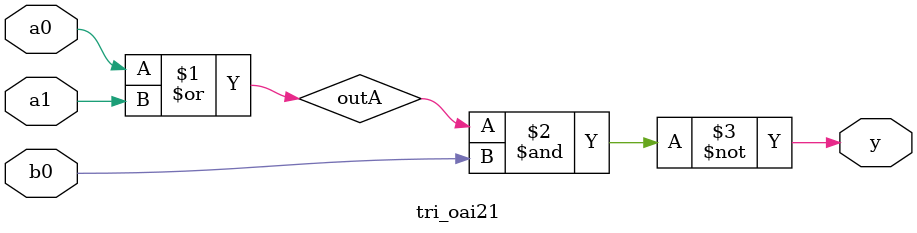
<source format=v>

`timescale 1 ns / 1 ns


`include "tri_a2o.vh"

module tri_oai21(
   y,
   a0,
   a1,
   b0
);
   parameter                      WIDTH = 1;
   parameter                      BTR = "OAI21_X2M_NONE";  //Specify full BTR name, else let tool select
   output [0:WIDTH-1]  y;
   input [0:WIDTH-1]   a0;
   input [0:WIDTH-1]   a1;
   input [0:WIDTH-1]   b0;

   // tri_oai21
   genvar 	       i;
   wire [0:WIDTH-1]    outA;

   generate
	   for (i = 0; i < WIDTH; i = i + 1) begin : w

	      or   I0(outA[i], a0[i], a1[i]);
	      nand I2(y[i], outA[i], b0[i]);

	   end

   endgenerate
endmodule

</source>
